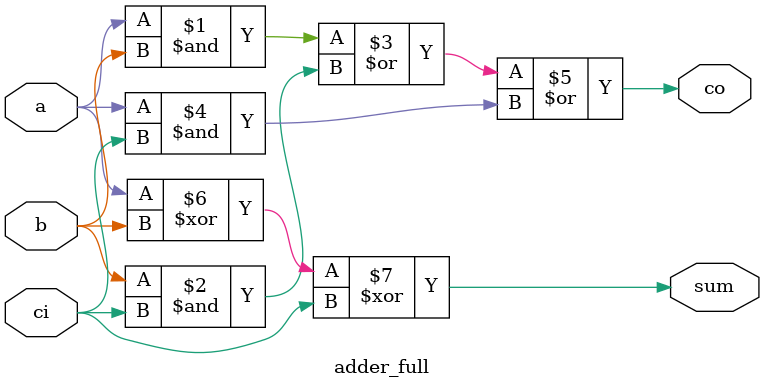
<source format=v>
module adder_full(
    input a,
    input b,
    input ci,
    output co,
    output sum
);

  assign co = (a&b) | (b&ci) | (a&ci);
  assign sum = a ^ b ^ ci;

endmodule
</source>
